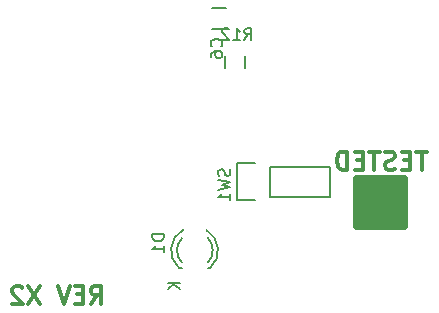
<source format=gbr>
G04 #@! TF.FileFunction,Legend,Bot*
%FSLAX46Y46*%
G04 Gerber Fmt 4.6, Leading zero omitted, Abs format (unit mm)*
G04 Created by KiCad (PCBNEW 4.0.1-stable) date 1/4/2017 6:58:48 PM*
%MOMM*%
G01*
G04 APERTURE LIST*
%ADD10C,0.150000*%
%ADD11C,0.300000*%
%ADD12C,0.650000*%
%ADD13C,0.304800*%
G04 APERTURE END LIST*
D10*
D11*
X13532570Y-35222571D02*
X14032570Y-34508286D01*
X14389713Y-35222571D02*
X14389713Y-33722571D01*
X13818285Y-33722571D01*
X13675427Y-33794000D01*
X13603999Y-33865429D01*
X13532570Y-34008286D01*
X13532570Y-34222571D01*
X13603999Y-34365429D01*
X13675427Y-34436857D01*
X13818285Y-34508286D01*
X14389713Y-34508286D01*
X12889713Y-34436857D02*
X12389713Y-34436857D01*
X12175427Y-35222571D02*
X12889713Y-35222571D01*
X12889713Y-33722571D01*
X12175427Y-33722571D01*
X11746856Y-33722571D02*
X11246856Y-35222571D01*
X10746856Y-33722571D01*
X9246856Y-33722571D02*
X8246856Y-35222571D01*
X8246856Y-33722571D02*
X9246856Y-35222571D01*
X7746857Y-33865429D02*
X7675428Y-33794000D01*
X7532571Y-33722571D01*
X7175428Y-33722571D01*
X7032571Y-33794000D01*
X6961142Y-33865429D01*
X6889714Y-34008286D01*
X6889714Y-34151143D01*
X6961142Y-34365429D01*
X7818285Y-35222571D01*
X6889714Y-35222571D01*
D10*
X26600000Y-14250000D02*
X26600000Y-15250000D01*
X24900000Y-15250000D02*
X24900000Y-14250000D01*
X24984000Y-10174000D02*
X23784000Y-10174000D01*
X23784000Y-11924000D02*
X24984000Y-11924000D01*
D12*
X36100000Y-24670000D02*
X40100000Y-24670000D01*
X40100000Y-24670000D02*
X40100000Y-28670000D01*
X40100000Y-28670000D02*
X36100000Y-28670000D01*
X36100000Y-28670000D02*
X36100000Y-24670000D01*
X36100000Y-24670000D02*
X36100000Y-25170000D01*
X36100000Y-25170000D02*
X40100000Y-25170000D01*
X40100000Y-25170000D02*
X40100000Y-25670000D01*
X40100000Y-25670000D02*
X36100000Y-25670000D01*
X36100000Y-25670000D02*
X36100000Y-26170000D01*
X36100000Y-26170000D02*
X40100000Y-26170000D01*
X40100000Y-26170000D02*
X40100000Y-26670000D01*
X40100000Y-26670000D02*
X36100000Y-26670000D01*
X36100000Y-26670000D02*
X36100000Y-27170000D01*
X36100000Y-27170000D02*
X39600000Y-27170000D01*
X39600000Y-27170000D02*
X40100000Y-27170000D01*
X40100000Y-27170000D02*
X40100000Y-27670000D01*
X40100000Y-27670000D02*
X36100000Y-27670000D01*
X36100000Y-27670000D02*
X36100000Y-28170000D01*
X36100000Y-28170000D02*
X40100000Y-28170000D01*
D10*
X21038000Y-32203000D02*
X21238000Y-32203000D01*
X23632000Y-32203000D02*
X23452000Y-32203000D01*
X23321643Y-28975256D02*
G75*
G02X23638000Y-32203000I-1003643J-1727744D01*
G01*
X23451068Y-29650994D02*
G75*
G02X23452000Y-31754000I-1133068J-1052006D01*
G01*
X21011274Y-32190220D02*
G75*
G02X21358000Y-28953000I1306726J1497220D01*
G01*
X21238747Y-31716889D02*
G75*
G02X21258000Y-29669000I1079253J1013889D01*
G01*
X28702000Y-23622000D02*
X33782000Y-23622000D01*
X33782000Y-23622000D02*
X33782000Y-26162000D01*
X33782000Y-26162000D02*
X28702000Y-26162000D01*
X25882000Y-26442000D02*
X27432000Y-26442000D01*
X28702000Y-26162000D02*
X28702000Y-23622000D01*
X27432000Y-23342000D02*
X25882000Y-23342000D01*
X25882000Y-23342000D02*
X25882000Y-26442000D01*
X24583143Y-13440334D02*
X24630762Y-13392715D01*
X24678381Y-13249858D01*
X24678381Y-13154620D01*
X24630762Y-13011762D01*
X24535524Y-12916524D01*
X24440286Y-12868905D01*
X24249810Y-12821286D01*
X24106952Y-12821286D01*
X23916476Y-12868905D01*
X23821238Y-12916524D01*
X23726000Y-13011762D01*
X23678381Y-13154620D01*
X23678381Y-13249858D01*
X23726000Y-13392715D01*
X23773619Y-13440334D01*
X23678381Y-14297477D02*
X23678381Y-14107000D01*
X23726000Y-14011762D01*
X23773619Y-13964143D01*
X23916476Y-13868905D01*
X24106952Y-13821286D01*
X24487905Y-13821286D01*
X24583143Y-13868905D01*
X24630762Y-13916524D01*
X24678381Y-14011762D01*
X24678381Y-14202239D01*
X24630762Y-14297477D01*
X24583143Y-14345096D01*
X24487905Y-14392715D01*
X24249810Y-14392715D01*
X24154571Y-14345096D01*
X24106952Y-14297477D01*
X24059333Y-14202239D01*
X24059333Y-14011762D01*
X24106952Y-13916524D01*
X24154571Y-13868905D01*
X24249810Y-13821286D01*
X26550857Y-12898381D02*
X26884191Y-12422190D01*
X27122286Y-12898381D02*
X27122286Y-11898381D01*
X26741333Y-11898381D01*
X26646095Y-11946000D01*
X26598476Y-11993619D01*
X26550857Y-12088857D01*
X26550857Y-12231714D01*
X26598476Y-12326952D01*
X26646095Y-12374571D01*
X26741333Y-12422190D01*
X27122286Y-12422190D01*
X25598476Y-12898381D02*
X26169905Y-12898381D01*
X25884191Y-12898381D02*
X25884191Y-11898381D01*
X25979429Y-12041238D01*
X26074667Y-12136476D01*
X26169905Y-12184095D01*
X25217524Y-11993619D02*
X25169905Y-11946000D01*
X25074667Y-11898381D01*
X24836571Y-11898381D01*
X24741333Y-11946000D01*
X24693714Y-11993619D01*
X24646095Y-12088857D01*
X24646095Y-12184095D01*
X24693714Y-12326952D01*
X25265143Y-12898381D01*
X24646095Y-12898381D01*
D13*
X41982571Y-22335429D02*
X41111714Y-22335429D01*
X41547143Y-23859429D02*
X41547143Y-22335429D01*
X40603714Y-23061143D02*
X40095714Y-23061143D01*
X39878000Y-23859429D02*
X40603714Y-23859429D01*
X40603714Y-22335429D01*
X39878000Y-22335429D01*
X39297428Y-23786857D02*
X39079714Y-23859429D01*
X38716857Y-23859429D01*
X38571714Y-23786857D01*
X38499143Y-23714286D01*
X38426571Y-23569143D01*
X38426571Y-23424000D01*
X38499143Y-23278857D01*
X38571714Y-23206286D01*
X38716857Y-23133714D01*
X39007143Y-23061143D01*
X39152285Y-22988571D01*
X39224857Y-22916000D01*
X39297428Y-22770857D01*
X39297428Y-22625714D01*
X39224857Y-22480571D01*
X39152285Y-22408000D01*
X39007143Y-22335429D01*
X38644285Y-22335429D01*
X38426571Y-22408000D01*
X37991142Y-22335429D02*
X37120285Y-22335429D01*
X37555714Y-23859429D02*
X37555714Y-22335429D01*
X36612285Y-23061143D02*
X36104285Y-23061143D01*
X35886571Y-23859429D02*
X36612285Y-23859429D01*
X36612285Y-22335429D01*
X35886571Y-22335429D01*
X35233428Y-23859429D02*
X35233428Y-22335429D01*
X34870571Y-22335429D01*
X34652856Y-22408000D01*
X34507714Y-22553143D01*
X34435142Y-22698286D01*
X34362571Y-22988571D01*
X34362571Y-23206286D01*
X34435142Y-23496571D01*
X34507714Y-23641714D01*
X34652856Y-23786857D01*
X34870571Y-23859429D01*
X35233428Y-23859429D01*
D10*
X19744381Y-29355905D02*
X18744381Y-29355905D01*
X18744381Y-29594000D01*
X18792000Y-29736858D01*
X18887238Y-29832096D01*
X18982476Y-29879715D01*
X19172952Y-29927334D01*
X19315810Y-29927334D01*
X19506286Y-29879715D01*
X19601524Y-29832096D01*
X19696762Y-29736858D01*
X19744381Y-29594000D01*
X19744381Y-29355905D01*
X19744381Y-30879715D02*
X19744381Y-30308286D01*
X19744381Y-30594000D02*
X18744381Y-30594000D01*
X18887238Y-30498762D01*
X18982476Y-30403524D01*
X19030095Y-30308286D01*
X21064381Y-33432095D02*
X20064381Y-33432095D01*
X21064381Y-34003524D02*
X20492952Y-33574952D01*
X20064381Y-34003524D02*
X20635810Y-33432095D01*
X25296762Y-23812667D02*
X25344381Y-23955524D01*
X25344381Y-24193620D01*
X25296762Y-24288858D01*
X25249143Y-24336477D01*
X25153905Y-24384096D01*
X25058667Y-24384096D01*
X24963429Y-24336477D01*
X24915810Y-24288858D01*
X24868190Y-24193620D01*
X24820571Y-24003143D01*
X24772952Y-23907905D01*
X24725333Y-23860286D01*
X24630095Y-23812667D01*
X24534857Y-23812667D01*
X24439619Y-23860286D01*
X24392000Y-23907905D01*
X24344381Y-24003143D01*
X24344381Y-24241239D01*
X24392000Y-24384096D01*
X24344381Y-24717429D02*
X25344381Y-24955524D01*
X24630095Y-25146001D01*
X25344381Y-25336477D01*
X24344381Y-25574572D01*
X25344381Y-26479334D02*
X25344381Y-25907905D01*
X25344381Y-26193619D02*
X24344381Y-26193619D01*
X24487238Y-26098381D01*
X24582476Y-26003143D01*
X24630095Y-25907905D01*
M02*

</source>
